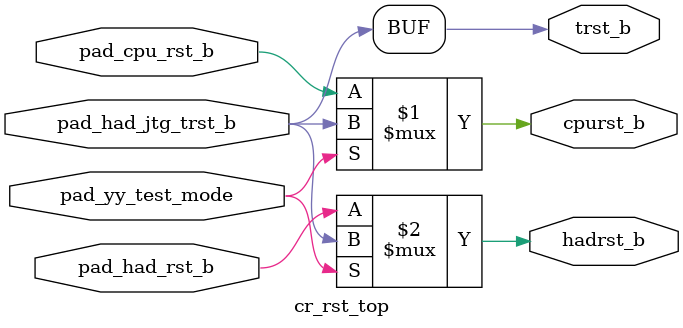
<source format=v>

/*Copyright 2018-2021 T-Head Semiconductor Co., Ltd.

Licensed under the Apache License, Version 2.0 (the "License");
you may not use this file except in compliance with the License.
You may obtain a copy of the License at

    http://www.apache.org/licenses/LICENSE-2.0

Unless required by applicable law or agreed to in writing, software
distributed under the License is distributed on an "AS IS" BASIS,
WITHOUT WARRANTIES OR CONDITIONS OF ANY KIND, either express or implied.
See the License for the specific language governing permissions and
limitations under the License.
*/

// &ModuleBeg; @22
module cr_rst_top(
  cpurst_b,
  hadrst_b,
  pad_cpu_rst_b,
  pad_had_jtg_trst_b,
  pad_had_rst_b,
  pad_yy_test_mode,
  trst_b
);

// &Ports; @23
input        pad_cpu_rst_b;     
input        pad_had_jtg_trst_b; 
input        pad_had_rst_b;     
input        pad_yy_test_mode;  
output       cpurst_b;          
output       hadrst_b;          
output       trst_b;            

// &Regs; @24

// &Wires; @25
wire         cpurst_b;          
wire         hadrst_b;          
wire         pad_cpu_rst_b;     
wire         pad_had_jtg_trst_b; 
wire         pad_had_rst_b;     
wire         pad_yy_test_mode;  
wire         trst_b;            


//cpu reset 
assign cpurst_b = pad_yy_test_mode ? pad_had_jtg_trst_b : pad_cpu_rst_b;

//had reset
//signal for reset cpuclk domain reg in HAD
assign hadrst_b = pad_yy_test_mode ? pad_had_jtg_trst_b : pad_had_rst_b;
//signal for reset JTAG in HAD
assign trst_b = pad_had_jtg_trst_b;

// &ModuleEnd; @36
endmodule



</source>
